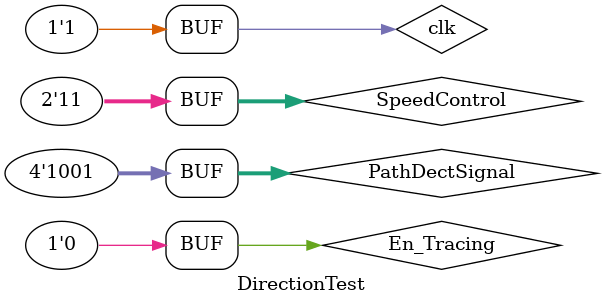
<source format=v>
`timescale 1ns / 1ps


module DirectionTest;

	// Inputs
	reg clk;
	reg [3:0] PathDectSignal;
	reg En_Tracing;
	reg [1:0] SpeedControl;

	// Outputs
	wire Speed_Wheel_1;
	wire Speed_Wheel_2;
	wire [1:0] Control_Wheel_1;
	wire [1:0] Control_Wheel_2;
   parameter PERIOD = 20;
	// Instantiate the Unit Under Test (UUT)
	topDesign uut (
		.clk(clk), 
		.PathDectSignal(PathDectSignal), 
		.En_Tracing(En_Tracing),
		.SpeedControl(SpeedControl),
		.Speed_Wheel_1(Speed_Wheel_1), 
		.Speed_Wheel_2(Speed_Wheel_2), 
		.Control_Wheel_1(Control_Wheel_1), 
		.Control_Wheel_2(Control_Wheel_2)
	);
	
	always begin
	        clk = 1'b0;
			  #(PERIOD/2) clk = 1'b1;
			  #(PERIOD/2);
	end

	initial begin
		// Initialize Inputs
		clk = 0;
		En_Tracing = 1;
		SpeedControl = 2'b11;
		PathDectSignal = 4'b1000;

		// Wait 100 ns for global reset to finish
		#100000000;
      PathDectSignal = 4'b0001;  
		// Add stimulus here
		#100000000;
		PathDectSignal = 4'b1100;
		#100000000;
		En_Tracing = 0;
		PathDectSignal = 4'b0011;
		#100000000;
		PathDectSignal = 4'b1101;
		#100000000;
		PathDectSignal = 4'b1011;  
		#100000000;
		PathDectSignal = 4'b1001; 
	end
      
endmodule


</source>
